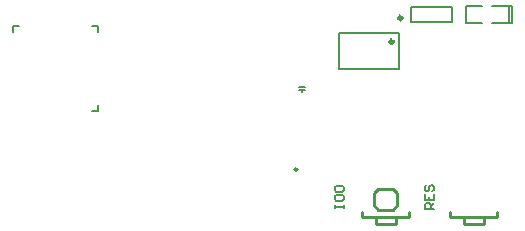
<source format=gto>
G04*
G04 #@! TF.GenerationSoftware,Altium Limited,Altium Designer,21.8.1 (53)*
G04*
G04 Layer_Color=65535*
%FSLAX25Y25*%
%MOIN*%
G70*
G04*
G04 #@! TF.SameCoordinates,F7FF72C4-72FB-41D8-A861-7DFCE6F03B73*
G04*
G04*
G04 #@! TF.FilePolarity,Positive*
G04*
G01*
G75*
%ADD10C,0.01181*%
%ADD11C,0.00984*%
%ADD12C,0.00600*%
%ADD13C,0.01000*%
%ADD14C,0.00800*%
D10*
X600122Y213897D02*
G03*
X600122Y213897I-591J0D01*
G01*
X597211Y206028D02*
G03*
X597211Y206028I-591J0D01*
G01*
D11*
X565240Y163411D02*
G03*
X565240Y163411I-492J0D01*
G01*
D12*
X566600Y189350D02*
Y189850D01*
Y190850D02*
Y191350D01*
X565600Y190850D02*
X567600D01*
X565600Y189850D02*
X567600D01*
X579175Y208990D02*
X599066D01*
X579175Y197010D02*
Y208990D01*
Y197010D02*
X599066D01*
Y208990D01*
X498707Y182942D02*
Y184893D01*
X496755Y182942D02*
X498707D01*
Y209149D02*
Y211101D01*
X496755D02*
X498707D01*
X470548Y209149D02*
Y211101D01*
X472500D01*
X577716Y150500D02*
Y151500D01*
Y151000D01*
X580715D01*
Y150500D01*
Y151500D01*
X577716Y154499D02*
Y153499D01*
X578216Y152999D01*
X580216D01*
X580715Y153499D01*
Y154499D01*
X580216Y154999D01*
X578216D01*
X577716Y154499D01*
X578216Y155998D02*
X577716Y156498D01*
Y157498D01*
X578216Y157998D01*
X580216D01*
X580715Y157498D01*
Y156498D01*
X580216Y155998D01*
X578216D01*
X610600Y150200D02*
X607601D01*
Y151699D01*
X608101Y152199D01*
X609100D01*
X609600Y151699D01*
Y150200D01*
Y151200D02*
X610600Y152199D01*
X607601Y155198D02*
Y153199D01*
X610600D01*
Y155198D01*
X609100Y153199D02*
Y154199D01*
X608101Y158197D02*
X607601Y157698D01*
Y156698D01*
X608101Y156198D01*
X608601D01*
X609100Y156698D01*
Y157698D01*
X609600Y158197D01*
X610100D01*
X610600Y157698D01*
Y156698D01*
X610100Y156198D01*
D13*
X586726Y147594D02*
X602474D01*
Y149243D01*
X592170Y150024D02*
X597029D01*
X592170Y156976D02*
X597029D01*
X591254Y145232D02*
X597947D01*
X591254D02*
Y147594D01*
X597029Y156976D02*
X598537Y155468D01*
Y151532D02*
Y155468D01*
X597029Y150024D02*
X598537Y151532D01*
X590663D02*
X592170Y150024D01*
X590663Y151532D02*
Y155468D01*
X592170Y156976D01*
X592168D02*
X592170D01*
X597947Y145232D02*
Y147594D01*
X586726D02*
Y149243D01*
X616126Y147594D02*
Y149243D01*
X627347Y145232D02*
Y147594D01*
X620653Y145232D02*
Y147594D01*
Y145232D02*
X627347D01*
X631874Y147594D02*
Y149243D01*
X616126Y147594D02*
X631874D01*
D14*
X621500Y217800D02*
X626800D01*
X621400D02*
X621500D01*
X621400Y212400D02*
Y217800D01*
Y212200D02*
Y212400D01*
Y212200D02*
X626800D01*
X630200Y217800D02*
X635600D01*
Y212200D02*
Y217600D01*
X630200Y212200D02*
X635500D01*
X635600Y217800D02*
X636600D01*
Y212200D02*
Y217800D01*
X635600Y212200D02*
X636600D01*
X603100Y212400D02*
X616600D01*
Y217600D01*
X603100D02*
X616600D01*
X603100Y212400D02*
Y217600D01*
M02*

</source>
